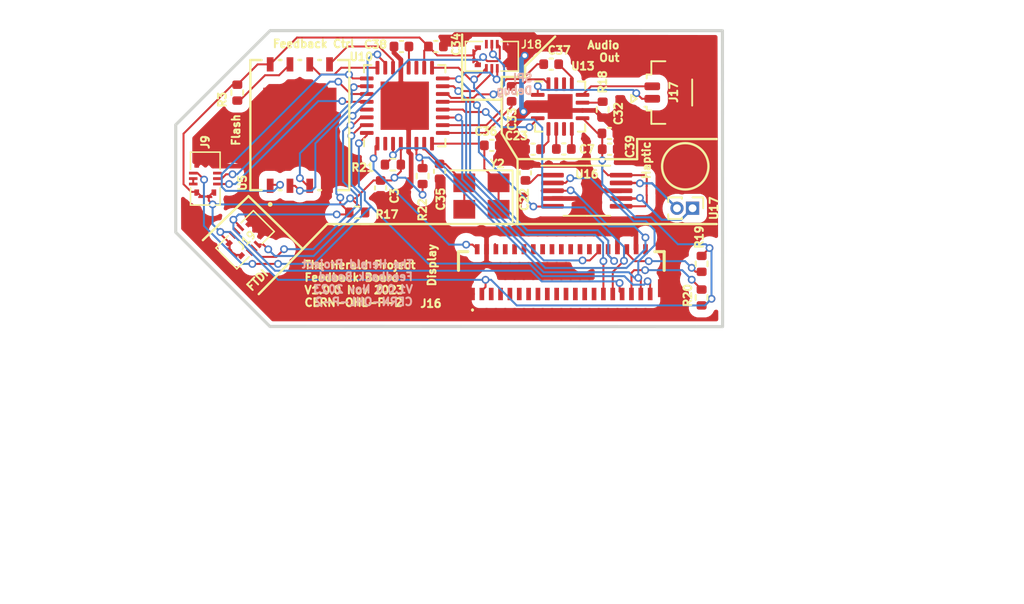
<source format=kicad_pcb>
(kicad_pcb (version 20221018) (generator pcbnew)
  (layers (0 "F.Cu" signal) (31 "B.Cu" signal) (34 "B.Paste" user) (35 "F.Paste" user) (36 "B.SilkS" user "B.Silkscreen") (37 "F.SilkS" user "F.Silkscreen") (38 "B.Mask" user) (39 "F.Mask" user) (44 "Edge.Cuts" user))
  (net 0 "")
  (net 1 "GND")
  (net 2 "VDD")
  (net 3 "Net-(U13-CN)")
  (net 4 "Net-(U13-CP)")
  (net 5 "Net-(U16-REG)")
  (net 6 "Net-(U13-VSS)")
  (net 7 "/ Display Board V1/FB_AUDIO_PWM_LEFT")
  (net 8 "Net-(U13-IN_L)")
  (net 9 "Net-(U10-XTAL1{slash}PB6)")
  (net 10 "Net-(U10-XTAL2{slash}PB7)")
  (net 11 "Net-(U13-IN_R)")
  (net 12 "/ Display Board V1/FB_AUDIO_PWM_RIGHT")
  (net 13 "Net-(U10-AREF)")
  (net 15 "/ Display Board V1/FB_INT")
  (net 16 "/ Display Board V1/I3C_SDA")
  (net 17 "/ Display Board V1/VCC_1V8")
  (net 18 "/ Display Board V1/I3C_SCL")
  (net 19 "/ Display Board V1/FB_SDA")
  (net 20 "/ Display Board V1/FB_SCL")
  (net 21 "/ Display Board V1/DISP_IM3")
  (net 22 "/ Display Board V1/DISP_IM1+IM2")
  (net 23 "/ Display Board V1/FB_AVR_RESET")
  (net 24 "/ Display Board V1/DISP_DCX")
  (net 25 "/ Display Board V1/DISP_SDO")
  (net 26 "/ Display Board V1/DISP_SDA")
  (net 27 "/ Display Board V1/DISP_CSX")
  (net 49 "unconnected-(J16-Pad6)")
  (net 51 "/ Display Board V1/FB_LED_PWM")
  (net 52 "/ Display Board V1/FB_SPEAKER_OUT_RIGHT")
  (net 53 "/ Display Board V1/FB_SPEAKER_OUT_LEFT")
  (net 54 "/ Display Board V1/FB_SS0")
  (net 56 "/ Display Board V1/FB_TWI_TX")
  (net 57 "/ Display Board V1/FB_TWI_RX")
  (net 61 "/ Display Board V1/FB_FLASH_RST")
  (net 62 "Net-(U13-GAIN)")
  (net 63 "/ Display Board V1/FB_FLASH_SEL")
  (net 64 "/ Display Board V1/FB_MISO1")
  (net 65 "/ Display Board V1/FB_FLASH_WP")
  (net 66 "/ Display Board V1/FB_MOSI1")
  (net 67 "/ Display Board V1/FB_SCK1")
  (net 68 "/ Display Board V1/FB_SS1")
  (net 69 "/ Display Board V1/FB_VIBRATE_EN")
  (net 70 "/ Display Board V1/FB_AUDIO_SEL")
  (net 75 "/ Display Board V1/FB_LRA-")
  (net 76 "/ Display Board V1/FB_LRA+")
  (footprint "Capacitor_SMD:C_0402_1005Metric" (layer "F.Cu") (at 137.8692 81.534)
    (fp_text reference "C37")
    (fp_text value "2.2uF 0402")
  )
  (footprint "Capacitor_SMD:C_0402_1005Metric" (layer "F.Cu") (at 130.4712 80.3985)
    (fp_text reference "C34")
    (fp_text value "10uF 0402")
  )
  (footprint "Capacitor_SMD:C_0402_1005Metric" (layer "F.Cu") (at 135.3292 83.439 -90)
    (fp_text reference "C33")
    (fp_text value "2.2uF 0402")
  )
  (footprint "Resistor_SMD:R_0402_1005Metric" (layer "F.Cu") (at 141.1712 84.455 -90)
    (fp_text reference "R18")
    (fp_text value "49.9k 0402")
  )
  (footprint "Resistor_SMD:R_0402_1005Metric" (layer "F.Cu") (at 117.727 83.3628 -90)
    (fp_text reference "R3")
    (fp_text value "10k")
  )
  (footprint "Resistor_SMD:R_0402_1005Metric" (layer "F.Cu") (at 129.6162 88.7222 90)
    (fp_text reference "R22")
    (fp_text value "1k 0402")
  )
  (footprint "Herald:HERALD_V2_CONN_PORT" (layer "F.Cu") (at 118.226068 92.810949 -135)
    (fp_text reference "J19")
    (fp_text value "HERALD_V2_CONN_PLUG")
  )
  (footprint "Package_SO:VSSOP-10_3x3mm_P0.5mm" (layer "F.Cu") (at 140.1552 89.662)
    (fp_text reference "U16")
    (fp_text value "DRV2605LDGSR")
  )
  (footprint "Herald:EAWF03039S" (layer "F.Cu") (at 138.5198 95.1742)
    (fp_text reference "J16")
    (fp_text value "EA_WF030-39S" hide)
  )
  (footprint "Capacitor_SMD:C_0402_1005Metric" (layer "F.Cu") (at 128.2612 80.3985)
    (fp_text reference "C38")
    (fp_text value "100nF 0402")
  )
  (footprint "Resistor_SMD:R_0402_1005Metric" (layer "F.Cu") (at 147.5212 96.518 90)
    (fp_text reference "R20")
    (fp_text value "10k 0402")
  )
  (footprint "Resistor_SMD:R_0402_1005Metric" (layer "F.Cu") (at 147.5212 94.359 -90)
    (fp_text reference "R19")
    (fp_text value "10k 0402")
  )
  (footprint "Capacitor_SMD:C_0402_1005Metric" (layer "F.Cu") (at 130.7084 88.42 90)
    (fp_text reference "C35")
    (fp_text value "22pF 0402")
  )
  (footprint "Herald:HERALD_V2_CONN_PORT" (layer "F.Cu") (at 134.0592 81.026 180)
    (fp_text reference "J18")
    (fp_text value "HERALD_V2_CONN_PLUG_ARMSWD")
  )
  (footprint "Resistor_SMD:R_0402_1005Metric" (layer "F.Cu") (at 127.7112 87.9856 180)
    (fp_text reference "R21")
    (fp_text value "1k 0402")
  )
  (footprint "Connector_PinHeader_1.00mm:PinHeader_1x02_P1.00mm_Vertical" (layer "F.Cu") (at 146.9406 90.7866 -90)
    (fp_text reference "U17")
    (fp_text value "VG0832013D")
  )
  (footprint "Package_DFN_QFN:QFN-32-1EP_5x5mm_P0.5mm_EP3.1x3.1mm" (layer "F.Cu") (at 128.4712 84.201 90)
    (fp_text reference "U10")
    (fp_text value "ATmega328PB-M")
  )
  (footprint "Capacitor_SMD:C_0402_1005Metric" (layer "F.Cu") (at 141.6057 85.981)
    (fp_text reference "C32")
    (fp_text value "1uF 0402")
  )
  (footprint "Crystal:Crystal_SMD_3225-4Pin_3.2x2.5mm" (layer "F.Cu") (at 133.393 90.004 180)
    (fp_text reference "Y2")
    (fp_text value "8Mhz")
  )
  (footprint "Capacitor_SMD:C_0402_1005Metric" (layer "F.Cu") (at 134.0592 86.7485 180)
    (fp_text reference "C36")
    (fp_text value "22pF 0402")
  )
  (footprint "Resistor_SMD:R_0402_1005Metric" (layer "F.Cu") (at 125.4232 91.059)
    (fp_text reference "R17")
    (fp_text value "1k 0402")
  )
  (footprint "Capacitor_SMD:C_0402_1005Metric" (layer "F.Cu") (at 141.6258 86.995)
    (fp_text reference "C39")
    (fp_text value "100nF 0402")
  )
  (footprint "PCM_kikit:Board" (layer "F.Cu") (at 115.8982 83.2612)
    (fp_text reference "BoardFeedback")
    (fp_text value "Board Feedback")
  )
  (footprint "Capacitor_SMD:C_0402_1005Metric" (layer "F.Cu") (at 136.2182 88.519 -90)
    (fp_text reference "C22")
    (fp_text value "1uF 0402")
  )
  (footprint "Connector_JST:JST_SUR_SM02B-SURS-TF_1x02-1MP_P0.80mm_Horizontal" (layer "F.Cu") (at 145.5057 83.356 90)
    (fp_text reference "J17")
    (fp_text value "JST_AUDIO_OUT")
  )
  (footprint "Package_DFN_QFN:TQFN-16-1EP_3x3mm_P0.5mm_EP1.6x1.6mm" (layer "F.Cu") (at 138.4432 84.256)
    (fp_text reference "U13")
    (fp_text value "TPA6139A2RGTR")
  )
  (footprint "Capacitor_SMD:C_0402_1005Metric" (layer "F.Cu") (at 136.7057 86.995 180)
    (fp_text reference "C23")
    (fp_text value "1uF 0402")
  )
  (footprint "Capacitor_SMD:C_0402_1005Metric" (layer "F.Cu") (at 126.9238 89.4816 90)
    (fp_text reference "C3")
    (fp_text value "100nF 0402")
  )
  (footprint "Capacitor_SMD:C_0402_1005Metric" (layer "F.Cu") (at 138.6807 86.981 180)
    (fp_text reference "C7")
    (fp_text value "1uF 0402")
  )
  (footprint "Herald:HERALD_V2_CONN_PORT" (layer "F.Cu") (at 115.6732 88.8816 -90)
    (fp_text reference "J9")
    (fp_text value "HERALD_V2_CONN_PLUG")
  )
  (footprint "Herald:8-WSON_MAC" (layer "F.Cu") (at 121.7402 85.4456 90)
    (fp_text reference "U5")
    (fp_text value "MX25R6435FZNIL0")
  )
  (gr_line (start 134.6942 83.82) (end 132.1542 83.82) (stroke (width 0.15)) (layer "F.SilkS"))
  (gr_line (start 134.6942 82.3538) (end 134.6942 85.979) (stroke (width 0.15)) (layer "F.SilkS"))
  (gr_line (start 135.7102 87.63) (end 143.3846 87.637) (stroke (width 0.15)) (layer "F.SilkS"))
  (gr_line (start 148.49 91.8026) (end 123.4964 91.8026) (stroke (width 0.15)) (layer "F.SilkS"))
  (gr_line (start 143.381 86.3416) (end 148.49 86.3416) (stroke (width 0.15)) (layer "F.SilkS"))
  (gr_line (start 143.381 86.3416) (end 143.3846 87.637) (stroke (width 0.15)) (layer "F.SilkS"))
  (gr_line (start 134.6942 85.979) (end 135.7102 87.63) (stroke (width 0.15)) (layer "F.SilkS"))
  (gr_line (start 135.7102 87.63) (end 135.7102 91.821) (stroke (width 0.15)) (layer "F.SilkS"))
  (gr_line (start 118.444975 90.008725) (end 121.9216 93.4028) (stroke (width 0.15)) (layer "F.SilkS"))
  (gr_line (start 132.1542 83.82) (end 132.1542 79.629) (stroke (width 0.15)) (layer "F.SilkS"))
  (gr_circle (center 146.473031 88.0942) (end 147.793831 87.4084) (stroke (width 0.15)) (fill none) (layer "F.SilkS"))
  (gr_line (start 134.6942 82.3538) (end 136.1964 82.3538) (stroke (width 0.15)) (layer "F.SilkS"))
  (gr_line (start 136.1964 81.668) (end 138.1232 79.756) (stroke (width 0.15)) (layer "F.SilkS"))
  (gr_line (start 136.1964 82.3538) (end 136.1964 81.668) (stroke (width 0.15)) (layer "F.SilkS"))
  (gr_line (start 118.444975 90.008725) (end 115.5172 92.837) (stroke (width 0.15)) (layer "F.SilkS"))
  (gr_line (start 123.4964 91.8026) (end 119.1022 96.30475) (stroke (width 0.15)) (layer "F.SilkS"))
  (gr_poly (pts (xy 113.775918 85.429) (xy 113.775918 92.329) (xy 119.821118 98.379) (xy 148.868211 98.3914) (xy 148.857966 79.382) (xy 134.347466 79.3805) (xy 119.836966 79.379)) (stroke (width 0.2)) (fill none) (layer "Edge.Cuts"))
  (gr_text "SPI\nDebug" (at 136.7298 83.5222) (layer "B.SilkS") (effects (font (size 0.5 0.5) (thickness 0.125) bold) (justify left bottom mirror)))
  (gr_text "The Herald Project\nFeedback Board\nV1.0.0 Nov 2023\nCERN-OHL-P-2" (at 129.059 97.0858) (layer "B.SilkS") (effects (font (size 0.5 0.5) (thickness 0.125) bold) (justify left bottom mirror)))
  (gr_text "Haptic" (at 144.2736 88.9832 90) (layer "F.SilkS") (effects (font (size 0.5 0.5) (thickness 0.125) bold) (justify left bottom)))
  (gr_text "Flash" (at 117.9338 85.7574 90) (layer "F.SilkS") (effects (font (size 0.5 0.5) (thickness 0.125) bold) (justify bottom)))
  (gr_text "FTDI" (at 118.6196 96.2222 45) (layer "F.SilkS") (effects (font (size 0.5 0.5) (thickness 0.125) bold) (justify left bottom)))
  (gr_text "Audio\nOut" (at 142.3142 81.407) (layer "F.SilkS") (effects (font (size 0.5 0.5) (thickness 0.125) bold) (justify right bottom)))
  (gr_text "Feedback Ctrl" (at 122.6292 80.518) (layer "F.SilkS") (effects (font (size 0.5 0.5) (thickness 0.125) bold) (justify bottom)))
  (gr_text "Display" (at 130.5068 95.8666 90) (layer "F.SilkS") (effects (font (size 0.5 0.5) (thickness 0.125) bold) (justify left bottom)))
  (gr_text "The Herald Project\nFeedback Board\nV1.0.0 Nov 2023\nCERN-OHL-P-2" (at 121.9724 97.1366) (layer "F.SilkS") (effects (font (size 0.5 0.5) (thickness 0.125) bold) (justify left bottom)))
  (segment (start 123.6452 90.043) (end 123.0102 90.678) (width 0.3) (layer "F.Cu") (net 1))
  (segment (start 136.0912 84.582) (end 136.408836 84.582) (width 0.3) (layer "F.Cu") (net 1))
  (segment (start 130.7084 88.9) (end 130.7084 91.2708) (width 0.3) (layer "F.Cu") (net 1))
  (segment (start 136.7232 79.626) (end 137.3612 80.264) (width 0.3) (layer "F.Cu") (net 1))
  (segment (start 128.2212 81.7635) (end 128.2212 83.951) (width 0.3) (layer "F.Cu") (net 1))
  (segment (start 138.1932 84.506) (end 138.4432 84.256) (width 0.3) (layer "F.Cu") (net 1))
  (segment (start 130.9512 80.3985) (end 131.7237 79.626) (width 0.3) (layer "F.Cu") (net 1))
  (segment (start 136.2182 88.039) (end 140.0274 88.039) (width 0.3) (layer "F.Cu") (net 1))
  (segment (start 143.3084 93.4078) (end 143.3084 91.8026) (width 0.3) (layer "F.Cu") (net 1))
  (segment (start 142.0857 85.8795) (end 142.0857 85.981) (width 0.3) (layer "F.Cu") (net 1))
  (segment (start 140.0274 88.039) (end 140.0318 88.0434) (width 0.3) (layer "F.Cu") (net 1))
  (segment (start 119.19834 92.156875) (end 119.19834 92.545784) (width 0.3) (layer "F.Cu") (net 1))
  (segment (start 130.7084 91.2708) (end 130.5068 91.4724) (width 0.3) (layer "F.Cu") (net 1))
  (segment (start 134.9092 79.891024) (end 134.644176 79.626) (width 0.3) (layer "F.Cu") (net 1))
  (segment (start 134.9092 80.476) (end 134.9092 79.891024) (width 0.3) (layer "F.Cu") (net 1))
  (segment (start 142.1198 93.4192) (end 142.1198 92.2694) (width 0.3) (layer "F.Cu") (net 1))
  (segment (start 132.5448 96.2942) (end 132.1698 95.9192) (width 0.3) (layer "F.Cu") (net 1))
  (segment (start 135.519836 85.471) (end 135.3292 85.471) (width 0.3) (layer "F.Cu") (net 1))
  (segment (start 136.322952 84.006) (end 137.0057 84.006) (width 0.3) (layer "F.Cu") (net 1))
  (segment (start 142.3552 89.662) (end 140.6632 89.662) (width 0.3) (layer "F.Cu") (net 1))
  (segment (start 138.1932 84.006) (end 138.4432 84.256) (width 0.3) (layer "F.Cu") (net 1))
  (segment (start 128.7212 84.451) (end 128.4712 84.201) (width 0.3) (layer "F.Cu") (net 1))
  (segment (start 143.3198 93.4192) (end 143.3084 93.4078) (width 0.3) (layer "F.Cu") (net 1))
  (segment (start 141.1712 84.965) (end 142.0857 85.8795) (width 0.3) (layer "F.Cu") (net 1))
  (segment (start 132.8198 96.2942) (end 132.5448 96.2942) (width 0.3) (layer "F.Cu") (net 1))
  (segment (start 135.1342 81.251) (end 134.8592 81.526) (width 0.3) (layer "F.Cu") (net 1))
  (segment (start 127.7812 80.3985) (end 127.7812 80.802636) (width 0.3) (layer "F.Cu") (net 1))
  (segment (start 119.1042 88.0816) (end 121.7402 85.4456) (width 0.3) (layer "F.Cu") (net 1))
  (segment (start 123.6452 89.3445) (end 123.6452 87.3506) (width 0.3) (layer "F.Cu") (net 1))
  (segment (start 127.7812 80.802636) (end 128.2212 81.242636) (width 0.3) (layer "F.Cu") (net 1))
  (segment (start 136.484836 84.506) (end 136.408836 84.582) (width 0.3) (layer "F.Cu") (net 1))
  (segment (start 115.1232 88.0316) (end 115.4232 87.7316) (width 0.3) (layer "F.Cu") (net 1))
  (segment (start 138.6932 84.506) (end 138.4432 84.256) (width 0.3) (layer "F.Cu") (net 1))
  (segment (start 133.7198 93.4192) (end 133.7198 92.3706) (width 0.3) (layer "F.Cu") (net 1))
  (segment (start 133.7198 94.3692) (end 132.1698 95.9192) (width 0.3) (layer "F.Cu") (net 1))
  (segment (start 128.2212 81.242636) (end 128.2212 81.7635) (width 0.3) (layer "F.Cu") (net 1))
  (segment (start 135.2092 80.776) (end 135.2092 81.251) (width 0.3) (layer "F.Cu") (net 1))
  (segment (start 134.9092 80.476) (end 135.2092 80.776) (width 0.3) (layer "F.Cu") (net 1))
  (segment (start 116.1732 88.0816) (end 119.1042 88.0816) (width 0.3) (layer "F.Cu") (net 1))
  (segment (start 140.7122 84.506) (end 141.1712 84.965) (width 0.3) (layer "F.Cu") (net 1))
  (segment (start 119.19834 92.545784) (end 119.145307 92.598817) (width 0.3) (layer "F.Cu") (net 1))
  (segment (start 123.6452 87.3506) (end 121.7402 85.4456) (width 0.3) (layer "F.Cu") (net 1))
  (segment (start 134.5672 79.626) (end 136.7232 79.626) (width 0.3) (layer "F.Cu") (net 1))
  (segment (start 139.8807 84.506) (end 140.7122 84.506) (width 0.3) (layer "F.Cu") (net 1))
  (segment (start 115.695 87.7316) (end 115.8982 87.7316) (width 0.127) (layer "F.Cu") (net 1))
  (segment (start 128.7212 86.6385) (end 128.7212 84.451) (width 0.3) (layer "F.Cu") (net 1))
  (segment (start 128.7212 86.6385) (end 128.7212 87.1668) (width 0.3) (layer "F.Cu") (net 1))
  (segment (start 115.4232 87.7316) (end 115.695 87.7316) (width 0.3) (layer "F.Cu") (net 1))
  (segment (start 137.0057 84.506) (end 138.1932 84.506) (width 0.3) (layer "F.Cu") (net 1))
  (segment (start 128.8827 89.3541) (end 128.6002 89.6366) (width 0.3) (layer "F.Cu") (net 1))
  (segment (start 136.408836 84.582) (end 135.519836 85.471) (width 0.3) (layer "F.Cu") (net 1))
  (segment (start 122.4142 83.439) (end 120.5092 85.344) (width 0.3) (layer "F.Cu") (net 1))
  (segment (start 137.0057 84.506) (end 136.484836 84.506) (width 0.3) (layer "F.Cu") (net 1))
  (segment (start 133.7198 93.4192) (end 133.7198 94.3692) (width 0.3) (layer "F.Cu") (net 1))
  (segment (start 139.9012 90.17) (end 139.8932 90.162) (width 0.3) (layer "F.Cu") (net 1))
  (segment (start 142.0857 85.981) (end 142.0857 86.9749) (width 0.3) (layer "F.Cu") (net 1))
  (segment (start 128.7212 87.1668) (end 128.8827 87.3283) (width 0.3) (layer "F.Cu") (net 1))
  (segment (start 115.8982 87.8066) (end 116.1732 88.0816) (width 0.3) (layer "F.Cu") (net 1))
  (segment (start 131.7237 79.626) (end 134.5672 79.626) (width 0.3) (layer "F.Cu") (net 1))
  (segment (start 137.9552 90.162) (end 139.8932 90.162) (width 0.3) (layer "F.Cu") (net 1))
  (segment (start 118.4382 91.821) (end 118.862464 91.821) (width 0.3) (layer "F.Cu") (net 1))
  (segment (start 135.492952 84.836) (end 136.322952 84.006) (width 0.3) (layer "F.Cu") (net 1))
  (segment (start 142.0857 86.9749) (end 142.1058 86.995) (width 0.3) (layer "F.Cu") (net 1))
  (segment (start 128.2212 83.951) (end 128.4712 84.201) (width 0.3) (layer "F.Cu") (net 1))
  (segment (start 134.644176 79.626) (end 134.5672 79.626) (width 0.3) (layer "F.Cu") (net 1))
  (segment (start 135.2092 81.251) (end 135.1342 81.251) (width 0.3) (layer "F.Cu") (net 1))
  (segment (start 123.6452 89.3445) (end 123.6452 90.043) (width 0.3) (layer "F.Cu") (net 1))
  (segment (start 115.8982 87.7316) (end 115.8982 87.8066) (width 0.3) (layer "F.Cu") (net 1))
  (segment (start 139.8807 84.506) (end 138.6932 84.506) (width 0.3) (layer "F.Cu") (net 1))
  (segment (start 118.862464 91.821) (end 119.19834 92.156875) (width 0.3) (layer "F.Cu") (net 1))
  (segment (start 137.0057 84.006) (end 138.1932 84.006) (width 0.3) (layer "F.Cu") (net 1))
  (segment (start 128.8827 87.3283) (end 128.8827 89.3541) (width 0.3) (layer "F.Cu") (net 1))
  (via (at 136.171 80.9822) (size 0.5) (drill 0.3) (layers "F.Cu" "B.Cu") (net 1))
  (via (at 136.0912 84.582) (size 0.5) (drill 0.3) (layers "F.Cu" "B.Cu") (net 1))
  (segment (start 135.9642 81.189) (end 135.9642 84.455) (width 0.3) (layer "B.Cu") (net 1))
  (segment (start 135.9642 84.455) (end 136.0912 84.582) (width 0.3) (layer "B.Cu") (net 1))
  (segment (start 136.171 80.9822) (end 135.9642 81.189) (width 0.3) (layer "B.Cu") (net 1))
  (segment (start 115.1232 89.7316) (end 115.4232 90.0316) (width 0.127) (layer "F.Cu") (net 2))
  (segment (start 141.1458 86.0011) (end 141.1257 85.981) (width 0.127) (layer "F.Cu") (net 2))
  (segment (start 114.76662 89.7316) (end 115.1232 89.7316) (width 0.127) (layer "F.Cu") (net 2))
  (segment (start 124.9696 90.1516) (end 125.3166 90.1516) (width 0.127) (layer "F.Cu") (net 2))
  (segment (start 132.9092 81.251) (end 132.9092 80.776) (width 0.127) (layer "F.Cu") (net 2))
  (segment (start 144.0009 88.7613) (end 144.0009 89.368033) (width 0.127) (layer "F.Cu") (net 2))
  (segment (start 117.236119 93.447345) (end 117.571994 93.783221) (width 0.127) (layer "F.Cu") (net 2))
  (segment (start 115.8982 90.297) (end 115.8982 90.0316) (width 0.127) (layer "F.Cu") (net 2))
  (segment (start 133.6564 95.84102) (end 133.4198 96.07762) (width 0.127) (layer "F.Cu") (net 2))
  (segment (start 141.1458 87.7132) (end 141.1458 88.2904) (width 0.127) (layer "F.Cu") (net 2))
  (segment (start 129.7212 80.6685) (end 129.7212 81.7635) (width 0.127) (layer "F.Cu") (net 2))
  (segment (start 126.4666 89.0016) (end 126.9238 89.0016) (width 0.127) (layer "F.Cu") (net 2))
  (segment (start 143.9942 89.937867) (end 144.0009 89.944567) (width 0.127) (layer "F.Cu") (net 2))
  (segment (start 141.1458 87.7132) (end 141.1458 86.0011) (width 0.127) (layer "F.Cu") (net 2))
  (segment (start 116.142375 90.541175) (end 115.8982 90.297) (width 0.127) (layer "F.Cu") (net 2))
  (segment (start 129.9912 80.3985) (end 129.4177 79.825) (width 0.127) (layer "F.Cu") (net 2))
  (segment (start 139.8807 85.006) (end 140.8557 85.981) (width 0.127) (layer "F.Cu") (net 2))
  (segment (start 125.9332 91.0463) (end 125.9332 91.059) (width 0.127) (layer "F.Cu") (net 2))
  (segment (start 132.9092 81.251) (end 132.9842 81.251) (width 0.127) (layer "F.Cu") (net 2))
  (segment (start 119.8352 81.5467) (end 119.0331 81.5467) (width 0.127) (layer "F.Cu") (net 2))
  (segment (start 114.2762 89.24118) (end 114.76662 89.7316) (width 0.127) (layer "F.Cu") (net 2))
  (segment (start 115.4232 90.0316) (end 115.8982 90.0316) (width 0.127) (layer "F.Cu") (net 2))
  (segment (start 116.6384 92.425362) (end 117.236119 93.023081) (width 0.127) (layer "F.Cu") (net 2))
  (segment (start 114.2762 86.0008) (end 114.2762 89.24118) (width 0.127) (layer "F.Cu") (net 2))
  (segment (start 129.6162 89.923) (end 129.6162 89.2322) (width 0.127) (layer "F.Cu") (net 2))
  (segment (start 124.9696 90.1516) (end 125.0385 90.1516) (width 0.127) (layer "F.Cu") (net 2))
  (segment (start 141.5174 88.662) (end 142.3552 88.662) (width 0.127) (layer "F.Cu") (net 2))
  (segment (start 129.9912 80.3985) (end 130.5647 80.972) (width 0.127) (layer "F.Cu") (net 2))
  (segment (start 143.8902 90.662) (end 142.3552 90.662) (width 0.127) (layer "F.Cu") (net 2))
  (segment (start 144.0009 90.5513) (end 143.8902 90.662) (width 0.127) (layer "F.Cu") (net 2))
  (segment (start 129.9912 80.3985) (end 129.7212 80.6685) (width 0.127) (layer "F.Cu") (net 2))
  (segment (start 144.0009 89.944567) (end 144.0009 90.5513) (width 0.127) (layer "F.Cu") (net 2))
  (segment (start 142.3552 88.662) (end 143.9016 88.662) (width 0.127) (layer "F.Cu") (net 2))
  (segment (start 119.0331 81.5467) (end 117.727 82.8528) (width 0.127) (layer "F.Cu") (net 2))
  (segment (start 125.0385 90.1516) (end 125.9332 91.0463) (width 0.127) (layer "F.Cu") (net 2))
  (segment (start 117.4242 82.8528) (end 114.2762 86.0008) (width 0.127) (layer "F.Cu") (net 2))
  (segment (start 127.635 89.0016) (end 128.2212 88.4154) (width 0.127) (layer "F.Cu") (net 2))
  (segment (start 116.6384 92.3106) (end 116.6384 92.425362) (width 0.127) (layer "F.Cu") (net 2))
  (segment (start 133.2092 80.476) (end 132.9092 80.776) (width 0.127) (layer "F.Cu") (net 2))
  (segment (start 147.7314 97.028) (end 147.5212 97.028) (width 0.127) (layer "F.Cu") (net 2))
  (segment (start 129.4177 79.825) (end 121.5569 79.825) (width 0.127) (layer "F.Cu") (net 2))
  (segment (start 143.9942 89.374733) (end 143.9942 89.937867) (width 0.127) (layer "F.Cu") (net 2))
  (segment (start 116.1732 89.7566) (end 115.8982 90.0316) (width 0.127) (layer "F.Cu") (net 2))
  (segment (start 126.9238 89.0016) (end 127.635 89.0016) (width 0.127) (layer "F.Cu") (net 2))
  (segment (start 144.0009 89.368033) (end 143.9942 89.374733) (width 0.127) (layer "F.Cu") (net 2))
  (segment (start 121.5569 79.825) (end 119.8352 81.5467) (width 0.127) (layer "F.Cu") (net 2))
  (segment (start 128.2212 86.6385) (end 128.2212 87.9856) (width 0.127) (layer "F.Cu") (net 2))
  (segment (start 117.960903 93.783221) (end 118.013936 93.730188) (width 0.127) (layer "F.Cu") (net 2))
  (segment (start 132.9842 81.251) (end 133.2592 81.526) (width 0.127) (layer "F.Cu") (net 2))
  (segment (start 148.1562 96.6032) (end 147.7314 97.028) (width 0.127) (layer "F.Cu") (net 2))
  (segment (start 141.1458 88.2904) (end 141.5174 88.662) (width 0.127) (layer "F.Cu") (net 2))
  (segment (start 117.571994 93.783221) (end 117.960903 93.783221) (width 0.127) (layer "F.Cu") (net 2))
  (segment (start 125.3166 90.1516) (end 126.4666 89.0016) (width 0.127) (layer "F.Cu") (net 2))
  (segment (start 140.8557 85.981) (end 141.1257 85.981) (width 0.127) (layer "F.Cu") (net 2))
  (segment (start 117.236119 93.023081) (end 117.236119 93.447345) (width 0.127) (layer "F.Cu") (net 2))
  (segment (start 117.727 82.8528) (end 117.4242 82.8528) (width 0.127) (layer "F.Cu") (net 2))
  (segment (start 143.9016 88.662) (end 144.0009 88.7613) (width 0.127) (layer "F.Cu") (net 2))
  (segment (start 133.4198 96.07762) (end 133.4198 96.2942) (width 0.127) (layer "F.Cu") (net 2))
  (segment (start 128.2212 88.4154) (end 128.2212 87.9856) (width 0.127) (layer "F.Cu") (net 2))
  (segment (start 148.0282 93.342) (end 147.5212 93.849) (width 0.127) (layer "F.Cu") (net 2))
  (segment (start 132.8362 80.972) (end 132.9092 80.899) (width 0.127) (layer "F.Cu") (net 2))
  (segment (start 116.1732 89.6816) (end 116.1732 89.7566) (width 0.127) (layer "F.Cu") (net 2))
  (segment (start 133.6564 95.384) (end 133.6564 95.84102) (width 0.127) (layer "F.Cu") (net 2))
  (segment (start 130.5647 80.972) (end 132.8362 80.972) (width 0.127) (layer "F.Cu") (net 2))
  (via (at 129.6162 89.923) (size 0.5) (drill 0.3) (layers "F.Cu" "B.Cu") (net 2))
  (via (at 127.8128 88.8238) (size 0.5) (drill 0.3) (layers "F.Cu" "B.Cu") (net 2))
  (via (at 141.1458 87.7132) (size 0.5) (drill 0.3) (layers "F.Cu" "B.Cu") (net 2))
  (via (at 116.142375 90.541175) (size 0.5) (drill 0.3) (layers "F.Cu" "B.Cu") (net 2))
  (via (at 133.6564 95.384) (size 0.5) (drill 0.3) (layers "F.Cu" "B.Cu") (net 2))
  (via (at 148.0282 93.342) (size 0.5) (drill 0.3) (layers "F.Cu" "B.Cu") (net 2))
  (via (at 148.1562 96.6032) (size 0.5) (drill 0.3) (layers "F.Cu" "B.Cu") (net 2))
  (via (at 124.9696 90.1516) (size 0.5) (drill 0.3) (layers "F.Cu" "B.Cu") (net 2))
  (via (at 116.6384 92.3106) (size 0.5) (drill 0.3) (layers "F.Cu" "B.Cu") (net 2))
  (segment (start 148.1562 93.47) (end 148.0282 93.342) (width 0.127) (layer "B.Cu") (net 2))
  (segment (start 135.656 97.028) (end 134.012 95.384) (width 0.127) (layer "B.Cu") (net 2))
  (segment (start 148.1562 96.6032) (end 147.7314 97.028) (width 0.127) (layer "B.Cu") (net 2))
  (segment (start 147.7842 93.098) (end 148.0282 93.342) (width 0.127) (layer "B.Cu") (net 2))
  (segment (start 116.142375 90.541175) (end 116.142375 91.814575) (width 0.127) (layer "B.Cu") (net 2))
  (segment (start 117.2768 92.3106) (end 116.6384 92.3106) (width 0.127) (layer "B.Cu") (net 2))
  (segment (start 141.1458 87.7132) (end 141.1458 89.2476) (width 0.127) (layer "B.Cu") (net 2))
  (segment (start 146.0008 93.098) (end 147.7842 93.098) (width 0.127) (layer "B.Cu") (net 2))
  (segment (start 127.8128 88.8238) (end 128.517 88.8238) (width 0.127) (layer "B.Cu") (net 2))
  (segment (start 116.142375 90.541175) (end 124.580025 90.541175) (width 0.127) (layer "B.Cu") (net 2))
  (segment (start 120.3502 95.384) (end 117.2768 92.3106) (width 0.127) (layer "B.Cu") (net 2))
  (segment (start 141.1458 89.2476) (end 143.269 91.3708) (width 0.127) (layer "B.Cu") (net 2))
  (segment (start 143.269 91.3708) (end 144.2736 91.3708) (width 0.127) (layer "B.Cu") (net 2))
  (segment (start 144.2736 91.3708) (end 146.0008 93.098) (width 0.127) (layer "B.Cu") (net 2))
  (segment (start 147.7314 97.028) (end 135.656 97.028) (width 0.127) (layer "B.Cu") (net 2))
  (segment (start 116.142375 91.814575) (end 116.6384 92.3106) (width 0.127) (layer "B.Cu") (net 2))
  (segment (start 134.012 95.384) (end 120.3502 95.384) (width 0.127) (layer "B.Cu") (net 2))
  (segment (start 128.517 88.8238) (end 129.6162 89.923) (width 0.127) (layer "B.Cu") (net 2))
  (segment (start 124.580025 90.541175) (end 124.9696 90.1516) (width 0.127) (layer "B.Cu") (net 2))
  (segment (start 148.1562 96.6032) (end 148.1562 93.47) (width 0.127) (layer "B.Cu") (net 2))
  (segment (start 138.1932 85.6935) (end 138.1932 86.9735) (width 0.127) (layer "F.Cu") (net 3))
  (segment (start 138.1932 86.9735) (end 138.2007 86.981) (width 0.127) (layer "F.Cu") (net 3))
  (segment (start 139.1932 85.6935) (end 139.1932 86.9485) (width 0.127) (layer "F.Cu") (net 4))
  (segment (start 139.1932 86.9485) (end 139.1607 86.981) (width 0.127) (layer "F.Cu") (net 4))
  (segment (start 137.0162 88.662) (end 136.5162 89.162) (width 0.127) (layer "F.Cu") (net 5))
  (segment (start 137.9552 88.662) (end 137.0162 88.662) (width 0.127) (layer "F.Cu") (net 5))
  (segment (start 137.6932 85.6935) (end 137.6932 86.4985) (width 0.127) (layer "F.Cu") (net 6))
  (segment (start 137.6932 86.4985) (end 137.1857 87.006) (width 0.127) (layer "F.Cu") (net 6))
  (segment (start 135.3292 84.2624) (end 135.3292 83.919) (width 0.127) (layer "F.Cu") (net 7))
  (segment (start 133.6406 85.951) (end 135.3292 84.2624) (width 0.127) (layer "F.Cu") (net 7))
  (segment (start 130.9087 85.951) (end 133.6406 85.951) (width 0.127) (layer "F.Cu") (net 7))
  (segment (start 136.364382 82.5062) (end 137.3809 82.5062) (width 0.127) (layer "F.Cu") (net 8))
  (segment (start 135.3292 82.959) (end 135.5457 82.7425) (width 0.127) (layer "F.Cu") (net 8))
  (segment (start 135.5457 82.7425) (end 136.128082 82.7425) (width 0.127) (layer "F.Cu") (net 8))
  (segment (start 137.3809 82.5062) (end 137.6932 82.8185) (width 0.127) (layer "F.Cu") (net 8))
  (segment (start 136.128082 82.7425) (end 136.364382 82.5062) (width 0.127) (layer "F.Cu") (net 8))
  (segment (start 130.7084 87.94) (end 131.079 87.94) (width 0.127) (layer "F.Cu") (net 9))
  (segment (start 131.079 87.94) (end 132.293 89.154) (width 0.127) (layer "F.Cu") (net 9))
  (segment (start 129.7212 86.6385) (end 129.7212 86.9528) (width 0.127) (layer "F.Cu") (net 9))
  (segment (start 129.7212 86.9528) (end 130.7084 87.94) (width 0.127) (layer "F.Cu") (net 9))
  (segment (start 132.293 89.154) (end 132.293 90.854) (width 0.127) (layer "F.Cu") (net 9))
  (segment (start 133.5792 88.2402) (end 134.493 89.154) (width 0.127) (layer "F.Cu") (net 10))
  (segment (start 133.5792 86.7485) (end 133.5792 88.2402) (width 0.127) (layer "F.Cu") (net 10))
  (segment (start 130.2212 86.6385) (end 133.4692 86.6385) (width 0.127) (layer "F.Cu") (net 10))
  (segment (start 133.4692 86.6385) (end 133.5792 86.7485) (width 0.127) (layer "F.Cu") (net 10))
  (segment (start 134.493 89.154) (end 134.493 90.854) (width 0.127) (layer "F.Cu") (net 10))
  (segment (start 138.3492 81.534) (end 139.1932 82.378) (width 0.127) (layer "F.Cu") (net 11))
  (segment (start 139.1932 82.378) (end 139.1932 82.8185) (width 0.127) (layer "F.Cu") (net 11))
  (segment (start 137.3892 81.534) (end 136.9802 81.534) (width 0.127) (layer "F.Cu") (net 12))
  (segment (start 133.7088 85.451) (end 130.9087 85.451) (width 0.127) (layer "F.Cu") (net 12))
  (segment (start 136.0237 82.4905) (end 135.0077 82.4905) (width 0.127) (layer "F.Cu") (net 12))
  (segment (start 134.7232 84.4366) (end 133.7088 85.451) (width 0.127) (layer "F.Cu") (net 12))
  (segment (start 136.9802 81.534) (end 136.0237 82.4905) (width 0.127) (layer "F.Cu") (net 12))
  (segment (start 135.0077 82.4905) (end 134.7232 82.775) (width 0.127) (layer "F.Cu") (net 12))
  (segment (start 134.7232 82.775) (end 134.7232 84.4366) (width 0.127) (layer "F.Cu") (net 12))
  (segment (start 128.7412 81.7435) (end 128.7212 81.7635) (width 0.127) (layer "F.Cu") (net 13))
  (segment (start 128.7412 80.3985) (end 128.7412 81.7435) (width 0.127) (layer "F.Cu") (net 13))
  (segment (start 115.17978 88.5316) (end 114.8982 88.5316) (width 0.127) (layer "F.Cu") (net 15))
  (segment (start 144.0578 95.474867) (end 144.2198 95.636867) (width 0.127) (layer "F.Cu") (net 15))
  (segment (start 125.5284 86.614) (end 126.0337 86.1087) (width 0.127) (layer "F.Cu") (net 15))
  (segment (start 115.59619 88.94801) (end 115.17978 88.5316) (width 0.127) (layer "F.Cu") (net 15))
  (segment (start 144.2198 95.636867) (end 144.2198 96.2942) (width 0.127) (layer "F.Cu") (net 15))
  (segment (start 126.0337 86.1087) (end 126.0337 85.951) (width 0.127) (layer "F.Cu") (net 15))
  (segment (start 118.6922 94.361) (end 120.3432 94.361) (width 0.127) (layer "F.Cu") (net 15))
  (via (at 115.59619 88.94801) (size 0.5) (drill 0.3) (layers "F.Cu" "B.Cu") (net 15))
  (via (at 120.3432 94.361) (size 0.5) (drill 0.3) (layers "F.Cu" "B.Cu") (net 15))
  (via (at 144.0578 95.474867) (size 0.5) (drill 0.3) (layers "F.Cu" "B.Cu") (net 15))
  (via (at 118.6922 94.361) (size 0.5) (drill 0.3) (layers "F.Cu" "B.Cu") (net 15))
  (via (at 125.5284 86.614) (size 0.5) (drill 0.3) (layers "F.Cu" "B.Cu") (net 15))
  (segment (start 137.284518 95.1487) (end 136.478418 94.3426) (width 0.127) (layer "B.Cu") (net 15))
  (segment (start 125.5284 89.377503) (end 125.9121 89.761203) (width 0.127) (layer "B.Cu") (net 15))
  (segment (start 115.59619 88.94801) (end 115.5847 88.9595) (width 0.127) (layer "B.Cu") (net 15))
  (segment (start 118.0338 94.361) (end 118.6922 94.361) (width 0.127) (layer "B.Cu") (net 15))
  (segment (start 129.9768 94.3426) (end 126.3122 90.678) (width 0.127) (layer "B.Cu") (net 15))
  (segment (start 136.478418 94.3426) (end 129.9768 94.3426) (width 0.127) (layer "B.Cu") (net 15))
  (segment (start 122.6292 94.361) (end 126.3122 90.678) (width 0.127) (layer "B.Cu") (net 15))
  (segment (start 143.837167 95.6955) (end 143.1119 95.6955) (width 0.127) (layer "B.Cu") (net 15))
  (segment (start 125.5284 86.614) (end 125.5284 89.377503) (width 0.127) (layer "B.Cu") (net 15))
  (segment (start 120.3432 94.361) (end 122.6292 94.361) (width 0.127) (layer "B.Cu") (net 15))
  (segment (start 143.1119 95.6955) (end 142.5651 95.1487) (width 0.127) (layer "B.Cu") (net 15))
  (segment (start 115.5847 91.9119) (end 118.0338 94.361) (width 0.127) (layer "B.Cu") (net 15))
  (segment (start 125.9121 89.761203) (end 125.9121 90.2779) (width 0.127) (layer "B.Cu") (net 15))
  (segment (start 115.5847 88.9595) (end 115.5847 91.9119) (width 0.127) (layer "B.Cu") (net 15))
  (segment (start 125.9121 90.2779) (end 126.3122 90.678) (width 0.127) (layer "B.Cu") (net 15))
  (segment (start 142.5651 95.1487) (end 137.284518 95.1487) (width 0.127) (layer "B.Cu") (net 15))
  (segment (start 144.0578 95.474867) (end 143.837167 95.6955) (width 0.127) (layer "B.Cu") (net 15))
  (segment (start 117.00528 88.6061) (end 116.72978 88.8816) (width 0.127) (layer "F.Cu") (net 16))
  (segment (start 125 83.451) (end 126.0337 83.451) (width 0.127) (layer "F.Cu") (net 16))
  (segment (start 124.2076 82.6586) (end 125 83.451) (width 0.127) (layer "F.Cu") (net 16))
  (segment (start 117.420147 88.6061) (end 117.00528 88.6061) (width 0.127) (layer "F.Cu") (net 16))
  (segment (start 116.72978 88.8816) (end 116.4482 88.8816) (width 0.127) (layer "F.Cu") (net 16))
  (via (at 124.2076 82.6586) (size 0.5) (drill 0.3) (layers "F.Cu" "B.Cu") (net 16))
  (via (at 117.420147 88.6061) (size 0.5) (drill 0.3) (layers "F.Cu" "B.Cu") (net 16))
  (segment (start 123.6636 82.6586) (end 117.7161 88.6061) (width 0.127) (layer "B.Cu") (net 16))
  (segment (start 117.7161 88.6061) (end 117.420147 88.6061) (width 0.127) (layer "B.Cu") (net 16))
  (segment (start 124.2076 82.6586) (end 123.6636 82.6586) (width 0.127) (layer "B.Cu") (net 16))
  (segment (start 114.8982 88.8816) (end 114.8982 89.2316) (width 0.127) (layer "F.Cu") (net 17))
  (segment (start 117.197847 89.2321) (end 117.197347 89.2316) (width 0.127) (layer "F.Cu") (net 18))
  (segment (start 124.4642 83.9032) (end 124.512 83.951) (width 0.127) (layer "F.Cu") (net 18))
  (segment (start 124.512 83.951) (end 126.0337 83.951) (width 0.127) (layer "F.Cu") (net 18))
  (segment (start 117.197347 89.2316) (end 116.4482 89.2316) (width 0.127) (layer "F.Cu") (net 18))
  (via (at 117.197847 89.2321) (size 0.5) (drill 0.3) (layers "F.Cu" "B.Cu") (net 18))
  (via (at 124.4642 83.9032) (size 0.5) (drill 0.3) (layers "F.Cu" "B.Cu") (net 18))
  (segment (start 117.5981 89.2321) (end 122.927 83.9032) (width 0.127) (layer "B.Cu") (net 18))
  (segment (start 117.197847 89.2321) (end 117.5981 89.2321) (width 0.127) (layer "B.Cu") (net 18))
  (segment (start 122.927 83.9032) (end 124.4642 83.9032) (width 0.127) (layer "B.Cu") (net 18))
  (segment (start 127.7212 87.366) (end 127.7212 86.6385) (width 0.127) (layer "F.Cu") (net 19))
  (segment (start 143.9198 93.666846) (end 143.9198 93.4192) (width 0.127) (layer "F.Cu") (net 19))
  (segment (start 139.1174 89.6375) (end 139.0929 89.662) (width 0.127) (layer "F.Cu") (net 19))
  (segment (start 143.918 92.6662) (end 143.918 93.4174) (width 0.127) (layer "F.Cu") (net 19))
  (segment (start 143.918 93.4174) (end 143.9198 93.4192) (width 0.127) (layer "F.Cu") (net 19))
  (segment (start 139.0929 89.662) (end 137.9552 89.662) (width 0.127) (layer "F.Cu") (net 19))
  (segment (start 137.251488 89.662) (end 137.9552 89.662) (width 0.127) (layer "F.Cu") (net 19))
  (segment (start 127.7112 87.376) (end 127.7212 87.366) (width 0.127) (layer "F.Cu") (net 19))
  (segment (start 127.7112 87.4756) (end 127.2012 87.9856) (width 0.127) (layer "F.Cu") (net 19))
  (segment (start 127.7112 87.376) (end 127.7112 87.4756) (width 0.127) (layer "F.Cu") (net 19))
  (via (at 143.918 92.6662) (size 0.5) (drill 0.3) (layers "F.Cu" "B.Cu") (net 19))
  (via (at 127.7112 87.376) (size 0.5) (drill 0.3) (layers "F.Cu" "B.Cu") (net 19))
  (via (at 139.1174 89.6375) (size 0.5) (drill 0.3) (layers "F.Cu" "B.Cu") (net 19))
  (segment (start 137.4952 94.622) (end 129.799 86.9258) (width 0.127) (layer "B.Cu") (net 19))
  (segment (start 143.918 92.6662) (end 143.918 93.4028) (width 0.127) (layer "B.Cu") (net 19))
  (segment (start 139.265082 89.6375) (end 139.1174 89.6375) (width 0.127) (layer "B.Cu") (net 19))
  (segment (start 129.799 86.9258) (end 128.1614 86.9258) (width 0.127) (layer "B.Cu") (net 19))
  (segment (start 143.2068 91.955) (end 141.582582 91.955) (width 0.127) (layer "B.Cu") (net 19))
  (segment (start 143.918 92.6662) (end 143.2068 91.955) (width 0.127) (layer "B.Cu") (net 19))
  (segment (start 142.6988 94.622) (end 137.4952 94.622) (width 0.127) (layer "B.Cu") (net 19))
  (segment (start 128.1614 86.9258) (end 127.7112 87.376) (width 0.127) (layer "B.Cu") (net 19))
  (segment (start 143.918 93.4028) (end 142.6988 94.622) (width 0.127) (layer "B.Cu") (net 19))
  (segment (start 141.582582 91.955) (end 139.265082 89.6375) (width 0.127) (layer "B.Cu") (net 19))
  (segment (start 143.6198 95.419) (end 143.6198 96.2942) (width 0.127) (layer "F.Cu") (net 20))
  (segment (start 138.7862 89.162) (end 139.092 88.8562) (width 0.127) (layer "F.Cu") (net 20))
  (segment (start 137.357554 89.162) (end 137.9552 89.162) (width 0.127) (layer "F.Cu") (net 20))
  (segment (start 143.4578 95.257) (end 143.6198 95.419) (width 0.127) (layer "F.Cu") (net 20))
  (segment (start 129.2212 87.346333) (end 129.2212 86.6385) (width 0.127) (layer "F.Cu") (net 20))
  (segment (start 137.9552 89.162) (end 138.7862 89.162) (width 0.127) (layer "F.Cu") (net 20))
  (segment (start 129.4072 87.532333) (end 129.2212 87.346333) (width 0.127) (layer "F.Cu") (net 20))
  (segment (start 129.6162 87.741333) (end 129.6162 88.2122) (width 0.127) (layer "F.Cu") (net 20))
  (segment (start 129.4072 87.532333) (end 129.6162 87.741333) (width 0.127) (layer "F.Cu") (net 20))
  (via (at 129.4072 87.532333) (size 0.5) (drill 0.3) (layers "F.Cu" "B.Cu") (net 20))
  (via (at 139.092 88.8562) (size 0.5) (drill 0.3) (layers "F.Cu" "B.Cu") (net 20))
  (via (at 143.4578 95.257) (size 0.5) (drill 0.3) (layers "F.Cu" "B.Cu") (net 20))
  (segment (start 144.5022 93.174982) (end 144.5022 92.1836) (width 0.127) (layer "B.Cu") (net 20))
  (segment (start 137.3889 94.8967) (end 130.024533 87.532333) (width 0.127) (layer "B.Cu") (net 20))
  (segment (start 144.5022 92.1836) (end 143.9434 91.6248) (width 0.127) (layer "B.Cu") (net 20))
  (segment (start 143.166618 91.6248) (end 140.398018 88.8562) (width 0.127) (layer "B.Cu") (net 20))
  (segment (start 130.024533 87.532333) (end 129.4072 87.532333) (width 0.127) (layer "B.Cu") (net 20))
  (segment (start 143.4578 94.219382) (end 144.5022 93.174982) (width 0.127) (layer "B.Cu") (net 20))
  (segment (start 143.2102 95.257) (end 142.8499 94.8967) (width 0.127) (layer "B.Cu") (net 20))
  (segment (start 143.9434 91.6248) (end 143.166618 91.6248) (width 0.127) (layer "B.Cu") (net 20))
  (segment (start 143.4578 95.257) (end 143.4578 94.219382) (width 0.127) (layer "B.Cu") (net 20))
  (segment (start 142.8499 94.8967) (end 137.3889 94.8967) (width 0.127) (layer "B.Cu") (net 20))
  (segment (start 143.4578 95.257) (end 143.2102 95.257) (width 0.127) (layer "B.Cu") (net 20))
  (segment (start 140.398018 88.8562) (end 139.092 88.8562) (width 0.127) (layer "B.Cu") (net 20))
  (segment (start 143.8958 94.763903) (end 143.191897 94.763903) (width 0.127) (layer "F.Cu") (net 21))
  (segment (start 143.191897 94.763903) (end 143.0198 94.936) (width 0.127) (layer "F.Cu") (net 21))
  (segment (start 147.5212 96.008) (end 146.8882 95.375) (width 0.127) (layer "F.Cu") (net 21))
  (segment (start 143.0198 94.936) (end 143.0198 96.2942) (width 0.127) (layer "F.Cu") (net 21))
  (via (at 146.8862 95.375) (size 0.5) (drill 0.3) (layers "F.Cu" "B.Cu") (net 21))
  (via (at 143.8958 94.763903) (size 0.5) (drill 0.3) (layers "F.Cu" "B.Cu") (net 21))
  (segment (start 143.8958 94.763903) (end 146.275103 94.763903) (width 0.127) (layer "B.Cu") (net 21))
  (segment (start 146.275103 94.763903) (end 146.8862 95.375) (width 0.127) (layer "B.Cu") (net 21))
  (segment (start 143.236601 94.183647) (end 142.7198 93.666846) (width 0.127) (layer "F.Cu") (net 22))
  (segment (start 142.7198 93.666846) (end 142.7198 93.4192) (width 0.127) (layer "F.Cu") (net 22))
  (segment (start 144.126684 94.183647) (end 143.236601 94.183647) (width 0.127) (layer "F.Cu") (net 22))
  (segment (start 147.1422 94.869) (end 147.5212 94.869) (width 0.127) (layer "F.Cu") (net 22))
  (segment (start 146.8862 94.613) (end 147.1422 94.869) (width 0.127) (layer "F.Cu") (net 22))
  (via (at 146.8862 94.613) (size 0.5) (drill 0.3) (layers "F.Cu" "B.Cu") (net 22))
  (via (at 144.126684 94.183647) (size 0.5) (drill 0.3) (layers "F.Cu" "B.Cu") (net 22))
  (segment (start 144.126684 94.183647) (end 146.456847 94.183647) (width 0.127) (layer "B.Cu") (net 22))
  (segment (start 146.456847 94.183647) (end 146.8862 94.613) (width 0.127) (layer "B.Cu") (net 22))
  (segment (start 117.4766 91.5232) (end 117.925548 91.972148) (width 0.127) (layer "F.Cu") (net 23))
  (segment (start 142.2578 95.5872) (end 142.2578 96.1322) (width 0.127) (layer "F.Cu") (net 23))
  (segment (start 125.526802 84.451) (end 126.0337 84.451) (width 0.127) (layer "F.Cu") (net 23))
  (segment (start 133.759302 81.3378) (end 134.4184 81.3378) (width 0.127) (layer "F.Cu") (net 23))
  (segment (start 117.925548 91.972148) (end 117.925548 92.015454) (width 0.127) (layer "F.Cu") (net 23))
  (segment (start 134.5708 80.4126) (end 134.4092 80.251) (width 0.127) (layer "F.Cu") (net 23))
  (segment (start 134.4184 81.3378) (end 134.5708 81.1854) (width 0.127) (layer "F.Cu") (net 23))
  (segment (start 124.7862 91.186) (end 124.9132 91.059) (width 0.127) (layer "F.Cu") (net 23))
  (segment (start 124.3346 90.4804) (end 124.9132 91.059) (width 0.127) (layer "F.Cu") (net 23))
  (segment (start 124.106 91.186) (end 124.7862 91.186) (width 0.127) (layer "F.Cu") (net 23))
  (segment (start 124.3346 90.103175) (end 124.3346 90.4804) (width 0.127) (layer "F.Cu") (net 23))
  (segment (start 125.128401 84.849401) (end 125.526802 84.451) (width 0.127) (layer "F.Cu") (net 23))
  (segment (start 142.2578 96.1322) (end 142.4198 96.2942) (width 0.127) (layer "F.Cu") (net 23))
  (segment (start 133.500805 81.079303) (end 133.759302 81.3378) (width 0.127) (layer "F.Cu") (net 23))
  (segment (start 134.5708 81.1854) (end 134.5708 80.4126) (width 0.127) (layer "F.Cu") (net 23))
  (via (at 124.3346 90.103175) (size 0.5) (drill 0.3) (layers "F.Cu" "B.Cu") (net 23))
  (via (at 117.4766 91.5232) (size 0.5) (drill 0.3) (layers "F.Cu" "B.Cu") (net 23))
  (via (at 133.500805 81.079303) (size 0.5) (drill 0.3) (layers "F.Cu" "B.Cu") (net 23))
  (via (at 142.2578 95.5872) (size 0.5) (drill 0.3) (layers "F.Cu" "B.Cu") (net 23))
  (via (at 125.128401 84.849401) (size 0.5) (drill 0.3) (layers "F.Cu" "B.Cu") (net 23))
  (via (at 124.106 91.186) (size 0.5) (drill 0.3) (layers "F.Cu" "B.Cu") (net 23))
  (segment (start 133.328101 81.252007) (end 128.725794 81.252007) (width 0.127) (layer "B.Cu") (net 23))
  (segment (start 137.265036 95.4856) (end 142.1562 95.4856) (width 0.127) (layer "B.Cu") (net 23))
  (segment (start 142.1562 95.4856) (end 142.2578 95.5872) (width 0.127) (layer "B.Cu") (net 23))
  (segment (start 128.725794 81.252007) (end 125.128401 84.849401) (width 0.127) (layer "B.Cu") (net 23))
  (segment (start 117.4766 92.1294) (end 120.1467 94.7995) (width 0.127) (layer "B.Cu") (net 23))
  (segment (start 125.128401 84.849401) (end 124.865356 84.849401) (width 0.127) (layer "B.Cu") (net 23))
  (segment (start 124.865356 84.849401) (end 124.0806 85.634157) (width 0.127) (layer "B.Cu") (net 23))
  (segment (start 124.0806 89.849175) (end 124.3346 90.103175) (width 0.127) (layer "B.Cu") (net 23))
  (segment (start 120.1467 94.7995) (end 136.578936 94.7995) (width 0.127) (layer "B.Cu") (net 23))
  (segment (start 117.4766 91.5232) (end 117.8138 91.186) (width 0.127) (layer "B.Cu") (net 23))
  (segment (start 117.8138 91.186) (end 124.106 91.186) (width 0.127) (layer "B.Cu") (net 23))
  (segment (start 117.4766 91.5232) (end 117.4766 92.1294) (width 0.127) (layer "B.Cu") (net 23))
  (segment (start 124.0806 85.634157) (end 124.0806 89.849175) (width 0.127) (layer "B.Cu") (net 23))
  (segment (start 133.500805 81.079303) (end 133.328101 81.252007) (width 0.127) (layer "B.Cu") (net 23))
  (segment (start 136.578936 94.7995) (end 137.265036 95.4856) (width 0.127) (layer "B.Cu") (net 23))
  (segment (start 133.6926 81.801) (end 133.7092 81.801) (width 0.127) (layer "F.Cu") (net 24))
  (segment (start 132.672 82.5124) (end 131.9231 81.7635) (width 0.127) (layer "F.Cu") (net 24))
  (segment (start 142.541487 94.159887) (end 141.8198 94.881574) (width 0.127) (layer "F.Cu") (net 24))
  (segment (start 132.9812 82.5124) (end 133.6926 81.801) (width 0.127) (layer "F.Cu") (net 24))
  (segment (start 131.9231 81.7635) (end 130.2212 81.7635) (width 0.127) (layer "F.Cu") (net 24))
  (segment (start 132.9198 82.5124) (end 132.672 82.5124) (width 0.127) (layer "F.Cu") (net 24))
  (segment (start 141.8198 94.881574) (end 141.8198 96.2942) (width 0.127) (layer "F.Cu") (net 24))
  (segment (start 132.9198 82.5124) (end 132.9812 82.5124) (width 0.127) (layer "F.Cu") (net 24))
  (via (at 132.9198 82.5124) (size 0.5) (drill 0.3) (layers "F.Cu" "B.Cu") (net 24))
  (via (at 142.541487 94.159887) (size 0.5) (drill 0.3) (layers "F.Cu" "B.Cu") (net 24))
  (segment (start 137.2917 85.6081) (end 136.7756 85.092) (width 0.127) (layer "B.Cu") (net 24))
  (segment (start 137.2917 90.732633) (end 137.2917 85.6081) (width 0.127) (layer "B.Cu") (net 24))
  (segment (start 136.7756 85.092) (end 134.943133 85.092) (width 0.127) (layer "B.Cu") (net 24))
  (segment (start 132.9198 83.068667) (end 132.9198 82.5124) (width 0.127) (layer "B.Cu") (net 24))
  (segment (start 142.541487 94.159887) (end 142.541487 93.270287) (width 0.127) (layer "B.Cu") (net 24))
  (segment (start 134.943133 85.092) (end 132.9198 83.068667) (width 0.127) (layer "B.Cu") (net 24))
  (segment (start 142.541487 93.270287) (end 140.003833 90.732633) (width 0.127) (layer "B.Cu") (net 24))
  (segment (start 140.003833 90.732633) (end 137.2917 90.732633) (width 0.127) (layer "B.Cu") (net 24))
  (segment (start 141.5198 93.786489) (end 141.5198 93.4192) (width 0.127) (layer "F.Cu") (net 25))
  (segment (start 131.94946 82.50274) (end 131.89772 82.451) (width 0.127) (layer "F.Cu") (net 25))
  (segment (start 134.366987 82.511787) (end 134.4092 82.469574) (width 0.127) (layer "F.Cu") (net 25))
  (segment (start 134.4092 82.469574) (end 134.4092 81.801) (width 0.127) (layer "F.Cu") (net 25))
  (segment (start 141.907629 94.174318) (end 141.5198 93.786489) (width 0.127) (layer "F.Cu") (net 25))
  (segment (start 131.89772 82.451) (end 130.9087 82.451) (width 0.127) (layer "F.Cu") (net 25))
  (via (at 141.907629 94.174318) (size 0.5) (drill 0.3) (layers "F.Cu" "B.Cu") (net 25))
  (via (at 134.366987 82.511787) (size 0.5) (drill 0.3) (layers "F.Cu" "B.Cu") (net 25))
  (via (at 131.94946 82.50274) (size 0.5) (drill 0.3) (layers "F.Cu" "B.Cu") (net 25))
  (segment (start 132.6642 83.21748) (end 131.94946 82.50274) (width 0.127) (layer "B.Cu") (net 25))
  (segment (start 141.5304 93.797089) (end 141.5304 92.8694) (width 0.127) (layer "B.Cu") (net 25))
  (segment (start 141.907629 94.174318) (end 141.5304 93.797089) (width 0.127) (layer "B.Cu") (net 25))
  (segment (start 134.366987 82.511787) (end 133.9296 82.0744) (width 0.127) (layer "B.Cu") (net 25))
  (segment (start 141.5304 92.8694) (end 140.863 92.202) (width 0.127) (layer "B.Cu") (net 25))
  (segment (start 132.3778 82.0744) (end 131.94946 82.50274) (width 0.127) (layer "B.Cu") (net 25))
  (segment (start 140.863 92.202) (end 136.3452 92.202) (width 0.127) (layer "B.Cu") (net 25))
  (segment (start 136.3452 92.202) (end 132.6642 88.521) (width 0.127) (layer "B.Cu") (net 25))
  (segment (start 132.6642 88.521) (end 132.6642 83.21748) (width 0.127) (layer "B.Cu") (net 25))
  (segment (start 133.9296 82.0744) (end 132.3778 82.0744) (width 0.127) (layer "B.Cu") (net 25))
  (segment (start 131.5938 82.951) (end 130.9087 82.951) (width 0.127) (layer "F.Cu") (net 26))
  (segment (start 131.9038 83.261) (end 131.5938 82.951) (width 0.127) (layer "F.Cu") (net 26))
  (segment (start 134.0592 82.1202) (end 134.0592 81.801) (width 0.127) (layer "F.Cu") (net 26))
  (segment (start 132.9184 83.261) (end 134.0592 82.1202) (width 0.127) (layer "F.Cu") (net 26))
  (segment (start 141.2198 94.184) (end 141.2198 96.2942) (width 0.127) (layer "F.Cu") (net 26))
  (segment (start 131.9038 83.261) (end 132.9184 83.261) (width 0.127) (layer "F.Cu") (net 26))
  (via (at 131.9038 83.261) (size 0.5) (drill 0.3) (layers "F.Cu" "B.Cu") (net 26))
  (via (at 141.2198 94.184) (size 0.5) (drill 0.3) (layers "F.Cu" "B.Cu") (net 26))
  (segment (start 136.2506 92.4884) (end 132.4122 88.65) (width 0.127) (layer "B.Cu") (net 26))
  (segment (start 141.2002 92.9964) (end 140.6922 92.4884) (width 0.127) (layer "B.Cu") (net 26))
  (segment (start 141.2198 94.184) (end 141.2002 94.1644) (width 0.127) (layer "B.Cu") (net 26))
  (segment (start 132.4122 88.65) (end 132.4122 83.7694) (width 0.127) (layer "B.Cu") (net 26))
  (segment (start 132.4122 83.7694) (end 131.9038 83.261) (width 0.127) (layer "B.Cu") (net 26))
  (segment (start 141.2002 94.1644) (end 141.2002 92.9964) (width 0.127) (layer "B.Cu") (net 26))
  (segment (start 140.6922 92.4884) (end 136.2506 92.4884) (width 0.127) (layer "B.Cu") (net 26))
  (segment (start 140.34118 94.1394) (end 140.9198 93.56078) (width 0.127) (layer "F.Cu") (net 27))
  (segment (start 139.8794 94.1394) (end 140.34118 94.1394) (width 0.127) (layer "F.Cu") (net 27))
  (segment (start 140.9198 93.56078) (end 140.9198 93.4192) (width 0.127) (layer "F.Cu") (net 27))
  (segment (start 130.9207 84.963) (end 130.9087 84.951) (width 0.127) (layer "F.Cu") (net 27))
  (segment (start 131.9276 84.963) (end 130.9207 84.963) (width 0.127) (layer "F.Cu") (net 27))
  (via (at 131.9276 84.963) (size 0.5) (drill 0.3) (layers "F.Cu" "B.Cu") (net 27))
  (via (at 139.8794 94.1394) (size 0.5) (drill 0.3) (layers "F.Cu" "B.Cu") (net 27))
  (segment (start 132.1602 88.906) (end 137.3936 94.1394) (width 0.127) (layer "B.Cu") (net 27))
  (segment (start 131.9276 84.963) (end 132.1602 85.1956) (width 0.127) (layer "B.Cu") (net 27))
  (segment (start 137.3936 94.1394) (end 139.8794 94.1394) (width 0.127) (layer "B.Cu") (net 27))
  (segment (start 132.1602 85.1956) (end 132.1602 88.906) (width 0.127) (layer "B.Cu") (net 27))
  (segment (start 134.2678 93.6444) (end 134.2678 93.0862) (width 0.127) (layer "F.Cu") (net 49))
  (segment (start 126.4682 87.5862) (end 126.5936 87.4608) (width 0.127) (layer "F.Cu") (net 51))
  (segment (start 126.5936 87.4608) (end 126.5936 86.811312) (width 0.127) (layer "F.Cu") (net 51))
  (segment (start 126.7212 86.683712) (end 126.7212 86.6385) (width 0.127) (layer "F.Cu") (net 51))
  (segment (start 132.4118 93.1234) (end 132.824 93.1234) (width 0.127) (layer "F.Cu") (net 51))
  (segment (start 132.824 93.1234) (end 133.1198 93.4192) (width 0.127) (layer "F.Cu") (net 51))
  (segment (start 126.5936 86.811312) (end 126.7212 86.683712) (width 0.127) (layer "F.Cu") (net 51))
  (via (at 126.4682 87.5862) (size 0.5) (drill 0.3) (layers "F.Cu" "B.Cu") (net 51))
  (via (at 132.4118 93.1234) (size 0.5) (drill 0.3) (layers "F.Cu" "B.Cu") (net 51))
  (segment (start 126.4682 87.5862) (end 126.4682 88.277262) (width 0.127) (layer "B.Cu") (net 51))
  (segment (start 131.314338 93.1234) (end 132.4118 93.1234) (width 0.127) (layer "B.Cu") (net 51))
  (segment (start 126.4682 88.277262) (end 131.314338 93.1234) (width 0.127) (layer "B.Cu") (net 51))
  (segment (start 140.4307 82.956) (end 144.3557 82.956) (width 0.127) (layer "F.Cu") (net 52))
  (segment (start 139.8807 83.506) (end 140.4307 82.956) (width 0.127) (layer "F.Cu") (net 52))
  (segment (start 137.0057 82.9477) (end 137.0057 83.506) (width 0.127) (layer "F.Cu") (net 53))
  (segment (start 143.6922 83.756) (end 144.3557 83.756) (width 0.127) (layer "F.Cu") (net 53))
  (segment (start 137.0092 82.9442) (end 137.0057 82.9477) (width 0.127) (layer "F.Cu") (net 53))
  (segment (start 143.3302 83.394) (end 143.6922 83.756) (width 0.127) (layer "F.Cu") (net 53))
  (via (at 137.0092 82.9442) (size 0.5) (drill 0.3) (layers "F.Cu" "B.Cu") (net 53))
  (via (at 143.3302 83.394) (size 0.5) (drill 0.3) (layers "F.Cu" "B.Cu") (net 53))
  (segment (start 137.0092 82.9442) (end 137.25 83.185) (width 0.127) (layer "B.Cu") (net 53))
  (segment (start 137.25 83.185) (end 143.1212 83.185) (width 0.127) (layer "B.Cu") (net 53))
  (segment (start 143.1212 83.185) (end 143.3302 83.394) (width 0.127) (layer "B.Cu") (net 53))
  (segment (start 131.449668 83.6995) (end 131.201168 83.451) (width 0.127) (layer "F.Cu") (net 54))
  (segment (start 134.1644 83.4714) (end 133.1138 83.4714) (width 0.127) (layer "F.Cu") (net 54))
  (segment (start 134.0592 80.8262) (end 134.0592 80.251) (width 0.127) (layer "F.Cu") (net 54))
  (segment (start 132.8857 83.6995) (end 131.449668 83.6995) (width 0.127) (layer "F.Cu") (net 54))
  (segment (start 134.1328 80.8998) (end 134.0592 80.8262) (width 0.127) (layer "F.Cu") (net 54))
  (segment (start 133.1138 83.4714) (end 132.8857 83.6995) (width 0.127) (layer "F.Cu") (net 54))
  (segment (start 131.201168 83.451) (end 130.9087 83.451) (width 0.127) (layer "F.Cu") (net 54))
  (via (at 134.1644 83.4714) (size 0.5) (drill 0.3) (layers "F.Cu" "B.Cu") (net 54))
  (via (at 134.1328 80.8998) (size 0.5) (drill 0.3) (layers "F.Cu" "B.Cu") (net 54))
  (segment (start 134.8502 82.8872) (end 134.266 83.4714) (width 0.127) (layer "B.Cu") (net 54))
  (segment (start 134.8502 81.6172) (end 134.8502 82.8872) (width 0.127) (layer "B.Cu") (net 54))
  (segment (start 134.266 83.4714) (end 134.1644 83.4714) (width 0.127) (layer "B.Cu") (net 54))
  (segment (start 134.1328 80.8998) (end 134.8502 81.6172) (width 0.127) (layer "B.Cu") (net 54))
  (segment (start 125.399668 85.784532) (end 125.4077 85.784532) (width 0.127) (layer "F.Cu") (net 56))
  (segment (start 119.7118 93.4282) (end 119.395069 93.111469) (width 0.127) (layer "F.Cu") (net 56))
  (segment (start 125.4077 85.784532) (end 125.741232 85.451) (width 0.127) (layer "F.Cu") (net 56))
  (segment (start 119.395069 93.111469) (end 119.021563 93.111469) (width 0.127) (layer "F.Cu") (net 56))
  (segment (start 125.0458 86.1384) (end 125.399668 85.784532) (width 0.127) (layer "F.Cu") (net 56))
  (segment (start 125.741232 85.451) (end 126.0337 85.451) (width 0.127) (layer "F.Cu") (net 56))
  (via (at 125.0458 86.1384) (size 0.5) (drill 0.3) (layers "F.Cu" "B.Cu") (net 56))
  (via (at 119.7118 93.4282) (size 0.5) (drill 0.3) (layers "F.Cu" "B.Cu") (net 56))
  (segment (start 125.0458 86.1384) (end 125.0458 89.251285) (width 0.127) (layer "B.Cu") (net 56))
  (segment (start 125.6601 90.8221) (end 122.6292 93.853) (width 0.127) (layer "B.Cu") (net 56))
  (segment (start 122.6292 93.853) (end 120.1366 93.853) (width 0.127) (layer "B.Cu") (net 56))
  (segment (start 125.6601 89.865585) (end 125.6601 90.8221) (width 0.127) (layer "B.Cu") (net 56))
  (segment (start 120.1366 93.853) (end 119.7118 93.4282) (width 0.127) (layer "B.Cu") (net 56))
  (segment (start 125.0458 89.251285) (end 125.6601 89.865585) (width 0.127) (layer "B.Cu") (net 56))
  (segment (start 120.7278 93.415) (end 120.2323 93.9105) (width 0.127) (layer "F.Cu") (net 57))
  (segment (start 118.774076 93.412009) (end 118.774076 93.358957) (width 0.127) (layer "F.Cu") (net 57))
  (segment (start 125.649 84.951) (end 126.0337 84.951) (width 0.127) (layer "F.Cu") (net 57))
  (segment (start 120.2323 93.9105) (end 119.272567 93.9105) (width 0.127) (layer "F.Cu") (net 57))
  (segment (start 125.140831 85.459169) (end 125.649 84.951) (width 0.127) (layer "F.Cu") (net 57))
  (segment (start 119.272567 93.9105) (end 118.774076 93.412009) (width 0.127) (layer "F.Cu") (net 57))
  (segment (start 124.993547 85.459169) (end 125.140831 85.459169) (width 0.127) (layer "F.Cu") (net 57))
  (via (at 120.7278 93.415) (size 0.5) (drill 0.3) (layers "F.Cu" "B.Cu") (net 57))
  (via (at 124.993547 85.459169) (size 0.5) (drill 0.3) (layers "F.Cu" "B.Cu") (net 57))
  (segment (start 124.993547 85.459169) (end 124.886831 85.459169) (width 0.127) (layer "B.Cu") (net 57))
  (segment (start 125.4081 90.602162) (end 122.595262 93.415) (width 0.127) (layer "B.Cu") (net 57))
  (segment (start 124.5124 89.074267) (end 125.4081 89.969967) (width 0.127) (layer "B.Cu") (net 57))
  (segment (start 124.5124 85.8336) (end 124.5124 89.074267) (width 0.127) (layer "B.Cu") (net 57))
  (segment (start 125.4081 89.969967) (end 125.4081 90.602162) (width 0.127) (layer "B.Cu") (net 57))
  (segment (start 122.595262 93.415) (end 120.7278 93.415) (width 0.127) (layer "B.Cu") (net 57))
  (segment (start 124.886831 85.459169) (end 124.5124 85.8336) (width 0.127) (layer "B.Cu") (net 57))
  (segment (start 117.8794 83.8728) (end 117.727 83.8728) (width 0.127) (layer "F.Cu") (net 61))
  (segment (start 120.4067 82.2452) (end 119.507 82.2452) (width 0.127) (layer "F.Cu") (net 61))
  (segment (start 121.1052 81.5467) (end 120.4067 82.2452) (width 0.127) (layer "F.Cu") (net 61))
  (segment (start 119.507 82.2452) (end 117.8794 83.8728) (width 0.127) (layer "F.Cu") (net 61))
  (segment (start 141.1102 84.006) (end 141.1712 83.945) (width 0.127) (layer "F.Cu") (net 62))
  (segment (start 139.8807 84.006) (end 141.1102 84.006) (width 0.127) (layer "F.Cu") (net 62))
  (segment (start 119.8987 89.281) (end 119.8352 89.3445) (width 0.127) (layer "F.Cu") (net 63))
  (segment (start 125.1429 82.451) (end 126.0337 82.451) (width 0.127) (layer "F.Cu") (net 63))
  (segment (start 124.8934 82.2015) (end 125.1429 82.451) (width 0.127) (layer "F.Cu") (net 63))
  (segment (start 120.4702 89.281) (end 119.8987 89.281) (width 0.127) (layer "F.Cu") (net 63))
  (via (at 124.8934 82.2015) (size 0.5) (drill 0.3) (layers "F.Cu" "B.Cu") (net 63))
  (via (at 120.4702 89.281) (size 0.5) (drill 0.3) (layers "F.Cu" "B.Cu") (net 63))
  (segment (start 116.7297 88.591367) (end 116.7297 89.413233) (width 0.127) (layer "B.Cu") (net 63))
  (segment (start 116.7297 89.413233) (end 116.986567 89.6701) (width 0.127) (layer "B.Cu") (net 63))
  (segment (start 116.986567 89.6701) (end 120.0811 89.6701) (width 0.127) (layer "B.Cu") (net 63))
  (segment (start 120.0811 89.6701) (end 120.4702 89.281) (width 0.127) (layer "B.Cu") (net 63))
  (segment (start 123.119567 82.2015) (end 116.7297 88.591367) (width 0.127) (layer "B.Cu") (net 63))
  (segment (start 124.8934 82.2015) (end 123.119567 82.2015) (width 0.127) (layer "B.Cu") (net 63))
  (segment (start 126.717287 80.910913) (end 126.717287 80.967119) (width 0.127) (layer "F.Cu") (net 64))
  (segment (start 127.2212 81.413681) (end 127.2212 81.7635) (width 0.127) (layer "F.Cu") (net 64))
  (segment (start 121.4227 89.3445) (end 121.1052 89.3445) (width 0.127) (layer "F.Cu") (net 64))
  (segment (start 127.2212 81.471032) (end 127.2212 81.7635) (width 0.127) (layer "F.Cu") (net 64))
  (segment (start 121.7402 89.662) (end 121.4227 89.3445) (width 0.127) (layer "F.Cu") (net 64))
  (segment (start 126.717287 80.967119) (end 127.2212 81.471032) (width 0.127) (layer "F.Cu") (net 64))
  (via (at 121.7402 89.662) (size 0.5) (drill 0.3) (layers "F.Cu" "B.Cu") (net 64))
  (via (at 126.717287 80.910913) (size 0.5) (drill 0.3) (layers "F.Cu" "B.Cu") (net 64))
  (segment (start 126.0872 81.2362) (end 126.0872 83.271175) (width 0.127) (layer "B.Cu") (net 64))
  (segment (start 122.7344 89.4298) (end 122.5022 89.662) (width 0.127) (layer "B.Cu") (net 64))
  (segment (start 122.7344 86.623975) (end 122.7344 89.4298) (width 0.127) (layer "B.Cu") (net 64))
  (segment (start 126.0872 83.271175) (end 122.7344 86.623975) (width 0.127) (layer "B.Cu") (net 64))
  (segment (start 126.717287 80.910913) (end 126.412487 80.910913) (width 0.127) (layer "B.Cu") (net 64))
  (segment (start 122.5022 89.662) (end 121.7402 89.662) (width 0.127) (layer "B.Cu") (net 64))
  (segment (start 126.412487 80.910913) (end 126.0872 81.2362) (width 0.127) (layer "B.Cu") (net 64))
  (segment (start 121.7438 88.8562) (end 122.2321 89.3445) (width 0.127) (layer "F.Cu") (net 65))
  (segment (start 125.1982 83.013) (end 125.2602 82.951) (width 0.127) (layer "F.Cu") (net 65))
  (segment (start 122.2321 89.3445) (end 122.3752 89.3445) (width 0.127) (layer "F.Cu") (net 65))
  (segment (start 126.0337 82.951) (end 125.7842 82.951) (width 0.127) (layer "F.Cu") (net 65))
  (segment (start 125.2602 82.951) (end 126.0337 82.951) (width 0.127) (layer "F.Cu") (net 65))
  (via (at 125.1982 83.013) (size 0.5) (drill 0.3) (layers "F.Cu" "B.Cu") (net 65))
  (via (at 121.7438 88.8562) (size 0.5) (drill 0.3) (layers "F.Cu" "B.Cu") (net 65))
  (segment (start 121.7438 87.258193) (end 121.7438 88.8562) (width 0.127) (layer "B.Cu") (net 65))
  (segment (start 125.0712 83.14) (end 125.0712 83.930793) (width 0.127) (layer "B.Cu") (net 65))
  (segment (start 125.0712 83.930793) (end 121.7438 87.258193) (width 0.127) (layer "B.Cu") (net 65))
  (segment (start 125.1982 83.013) (end 125.0712 83.14) (width 0.127) (layer "B.Cu") (net 65))
  (segment (start 127.7212 81.7635) (end 127.7212 81.2954) (width 0.127) (layer "F.Cu") (net 66))
  (segment (start 126.8238 80.398) (end 124.7939 80.398) (width 0.127) (layer "F.Cu") (net 66))
  (segment (start 124.7939 80.398) (end 123.6452 81.5467) (width 0.127) (layer "F.Cu") (net 66))
  (segment (start 127.7212 81.2954) (end 126.8238 80.398) (width 0.127) (layer "F.Cu") (net 66))
  (segment (start 123.9626 82.1924) (end 123.0209 82.1924) (width 0.127) (layer "F.Cu") (net 67))
  (segment (start 123.0209 82.1924) (end 122.3752 81.5467) (width 0.127) (layer "F.Cu") (net 67))
  (segment (start 126.7212 81.7635) (end 124.3915 81.7635) (width 0.127) (layer "F.Cu") (net 67))
  (segment (start 124.3915 81.7635) (end 123.9626 82.1924) (width 0.127) (layer "F.Cu") (net 67))
  (segment (start 136.7262 90.678) (end 137.9392 90.678) (width 0.127) (layer "F.Cu") (net 69))
  (segment (start 133.1022 84.168718) (end 132.884482 83.951) (width 0.127) (layer "F.Cu") (net 69))
  (segment (start 137.9392 90.678) (end 137.9552 90.662) (width 0.127) (layer "F.Cu") (net 69))
  (segment (start 137.9472 90.67) (end 137.9552 90.662) (width 0.127) (layer "F.Cu") (net 69))
  (segment (start 132.884482 83.951) (end 130.9087 83.951) (width 0.127) (layer "F.Cu") (net 69))
  (via (at 136.7262 90.678) (size 0.5) (drill 0.3) (layers "F.Cu" "B.Cu") (net 69))
  (via (at 133.1022 84.168718) (size 0.5) (drill 0.3) (layers "F.Cu" "B.Cu") (net 69))
  (segment (start 133.228304 84.294822) (end 133.228304 87.180104) (width 0.127) (layer "B.Cu") (net 69))
  (segment (start 133.228304 87.180104) (end 136.7262 90.678) (width 0.127) (layer "B.Cu") (net 69))
  (segment (start 133.1022 84.168718) (end 133.228304 84.294822) (width 0.127) (layer "B.Cu") (net 69))
  (segment (start 136.4758 85.5796) (end 137.0057 85.0497) (width 0.127) (layer "F.Cu") (net 70))
  (segment (start 133.666304 84.606718) (end 132.353318 84.606718) (width 0.127) (layer "F.Cu") (net 70))
  (segment (start 132.353318 84.606718) (end 132.1976 84.451) (width 0.127) (layer "F.Cu") (net 70))
  (segment (start 132.1976 84.451) (end 130.9087 84.451) (width 0.127) (layer "F.Cu") (net 70))
  (segment (start 137.0057 85.0497) (end 137.0057 85.006) (width 0.127) (layer "F.Cu") (net 70))
  (via (at 133.666304 84.606718) (size 0.5) (drill 0.3) (layers "F.Cu" "B.Cu") (net 70))
  (via (at 136.4758 85.5796) (size 0.5) (drill 0.3) (layers "F.Cu" "B.Cu") (net 70))
  (segment (start 134.639186 85.5796) (end 133.666304 84.606718) (width 0.127) (layer "B.Cu") (net 70))
  (segment (start 136.4758 85.5796) (end 134.639186 85.5796) (width 0.127) (layer "B.Cu") (net 70))
  (segment (start 143.538 89.162) (end 142.3552 89.162) (width 0.15) (layer "F.Cu") (net 75))
  (segment (start 143.5624 89.1864) (end 143.538 89.162) (width 0.15) (layer "F.Cu") (net 75))
  (via (at 143.5624 89.1864) (size 0.5) (drill 0.3) (layers "F.Cu" "B.Cu") (net 75))
  (segment (start 144.3404 89.1864) (end 145.9406 90.7866) (width 0.15) (layer "B.Cu") (net 75))
  (segment (start 143.5624 89.1864) (end 144.3404 89.1864) (width 0.15) (layer "B.Cu") (net 75))
  (segment (start 143.5266 90.162) (end 142.3552 90.162) (width 0.15) (layer "F.Cu") (net 76))
  (segment (start 143.5624 90.1262) (end 143.5266 90.162) (width 0.15) (layer "F.Cu") (net 76))
  (via (at 143.5624 90.1262) (size 0.5) (drill 0.3) (layers "F.Cu" "B.Cu") (net 76))
  (segment (start 146.204 91.5232) (end 146.9406 90.7866) (width 0.15) (layer "B.Cu") (net 76))
  (segment (start 144.9594 91.5232) (end 146.204 91.5232) (width 0.15) (layer "B.Cu") (net 76))
  (segment (start 143.5624 90.1262) (end 144.9594 91.5232) (width 0.15) (layer "B.Cu") (net 76))
  (zone (net 1) (net_name "GND") (layer "F.Cu") (priority 14) (connect_pads yes (clearance 0.5)) (min_thickness 0.25) (fill yes (thermal_gap 0.5) (thermal_bridge_width 0.5))
    (polygon (pts (xy 119.9658 98.051) (xy 114.1238 92.1328) (xy 114.0984 85.478) (xy 120.2162 79.629) (xy 148.5408 79.6614) (xy 148.5916 98.051)))
  )
)
</source>
